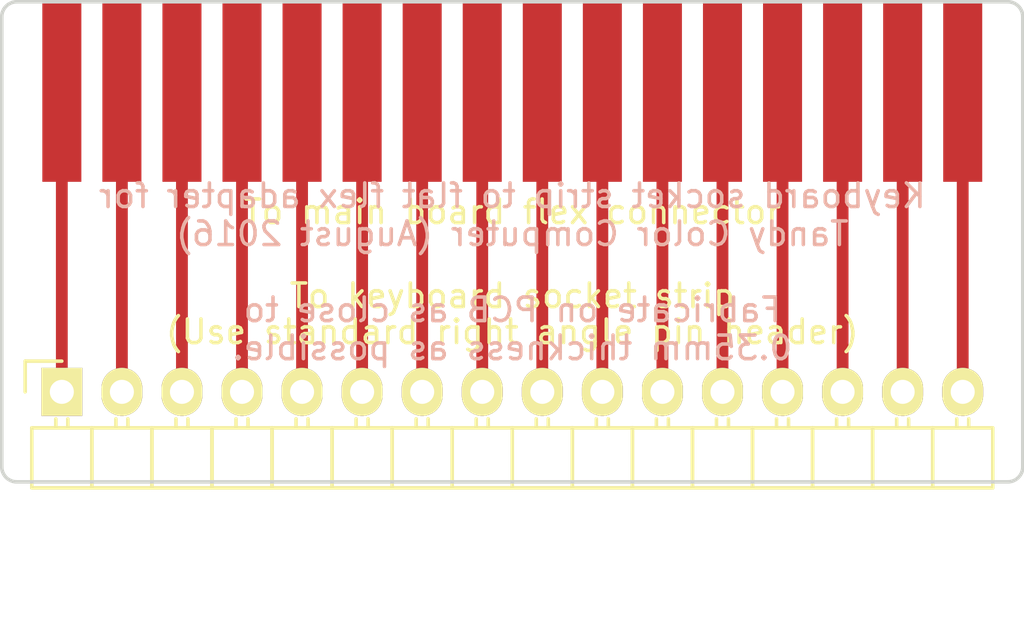
<source format=kicad_pcb>
(kicad_pcb (version 4) (host pcbnew 4.0.2-stable)

  (general
    (links 16)
    (no_connects 0)
    (area 124.384999 96.444999 167.715001 116.915001)
    (thickness 1.6)
    (drawings 10)
    (tracks 16)
    (zones 0)
    (modules 2)
    (nets 17)
  )

  (page A4)
  (layers
    (0 F.Cu signal)
    (31 B.Cu signal)
    (32 B.Adhes user)
    (33 F.Adhes user)
    (34 B.Paste user)
    (35 F.Paste user)
    (36 B.SilkS user)
    (37 F.SilkS user)
    (38 B.Mask user)
    (39 F.Mask user)
    (40 Dwgs.User user)
    (41 Cmts.User user)
    (42 Eco1.User user)
    (43 Eco2.User user)
    (44 Edge.Cuts user)
    (45 Margin user)
    (46 B.CrtYd user)
    (47 F.CrtYd user)
    (48 B.Fab user)
    (49 F.Fab user)
  )

  (setup
    (last_trace_width 0.5)
    (trace_clearance 0.5)
    (zone_clearance 0.508)
    (zone_45_only no)
    (trace_min 0.5)
    (segment_width 0.2)
    (edge_width 0.15)
    (via_size 0.6)
    (via_drill 0.4)
    (via_min_size 0.4)
    (via_min_drill 0.3)
    (uvia_size 0.3)
    (uvia_drill 0.1)
    (uvias_allowed no)
    (uvia_min_size 0.2)
    (uvia_min_drill 0.1)
    (pcb_text_width 0.3)
    (pcb_text_size 1.5 1.5)
    (mod_edge_width 0.15)
    (mod_text_size 1 1)
    (mod_text_width 0.15)
    (pad_size 1.524 1.524)
    (pad_drill 0.762)
    (pad_to_mask_clearance 0.2)
    (aux_axis_origin 0 0)
    (grid_origin 146.05 104.14)
    (visible_elements FFFFFF7F)
    (pcbplotparams
      (layerselection 0x00030_80000001)
      (usegerberextensions false)
      (excludeedgelayer true)
      (linewidth 0.100000)
      (plotframeref false)
      (viasonmask false)
      (mode 1)
      (useauxorigin false)
      (hpglpennumber 1)
      (hpglpenspeed 20)
      (hpglpendiameter 15)
      (hpglpenoverlay 2)
      (psnegative false)
      (psa4output false)
      (plotreference true)
      (plotvalue true)
      (plotinvisibletext false)
      (padsonsilk false)
      (subtractmaskfromsilk false)
      (outputformat 1)
      (mirror false)
      (drillshape 1)
      (scaleselection 1)
      (outputdirectory ""))
  )

  (net 0 "")
  (net 1 "Net-(CN1-Pad15)")
  (net 2 "Net-(CN1-Pad16)")
  (net 3 "Net-(CN1-Pad14)")
  (net 4 "Net-(CN1-Pad13)")
  (net 5 "Net-(CN1-Pad9)")
  (net 6 "Net-(CN1-Pad10)")
  (net 7 "Net-(CN1-Pad12)")
  (net 8 "Net-(CN1-Pad11)")
  (net 9 "Net-(CN1-Pad3)")
  (net 10 "Net-(CN1-Pad4)")
  (net 11 "Net-(CN1-Pad2)")
  (net 12 "Net-(CN1-Pad1)")
  (net 13 "Net-(CN1-Pad5)")
  (net 14 "Net-(CN1-Pad6)")
  (net 15 "Net-(CN1-Pad8)")
  (net 16 "Net-(CN1-Pad7)")

  (net_class Default "This is the default net class."
    (clearance 0.5)
    (trace_width 0.5)
    (via_dia 0.6)
    (via_drill 0.4)
    (uvia_dia 0.3)
    (uvia_drill 0.1)
    (add_net "Net-(CN1-Pad1)")
    (add_net "Net-(CN1-Pad10)")
    (add_net "Net-(CN1-Pad11)")
    (add_net "Net-(CN1-Pad12)")
    (add_net "Net-(CN1-Pad13)")
    (add_net "Net-(CN1-Pad14)")
    (add_net "Net-(CN1-Pad15)")
    (add_net "Net-(CN1-Pad16)")
    (add_net "Net-(CN1-Pad2)")
    (add_net "Net-(CN1-Pad3)")
    (add_net "Net-(CN1-Pad4)")
    (add_net "Net-(CN1-Pad5)")
    (add_net "Net-(CN1-Pad6)")
    (add_net "Net-(CN1-Pad7)")
    (add_net "Net-(CN1-Pad8)")
    (add_net "Net-(CN1-Pad9)")
  )

  (module Pin_Headers:Pin_Header_Angled_1x16 (layer F.Cu) (tedit 57A769BE) (tstamp 57A784D8)
    (at 127 113.03)
    (descr "Through hole pin header")
    (tags "pin header")
    (path /57A762B1)
    (fp_text reference CN2 (at -3.81 0) (layer F.SilkS) hide
      (effects (font (size 1 1) (thickness 0.15)))
    )
    (fp_text value "To keyboard socket strip" (at 19.05 -4.064) (layer F.SilkS)
      (effects (font (size 1 1) (thickness 0.15)))
    )
    (fp_line (start -1.75 -1.5) (end 39.85 -1.5) (layer F.CrtYd) (width 0.05))
    (fp_line (start -1.75 10.65) (end 39.85 10.65) (layer F.CrtYd) (width 0.05))
    (fp_line (start -1.75 -1.5) (end -1.75 10.65) (layer F.CrtYd) (width 0.05))
    (fp_line (start 39.85 -1.5) (end 39.85 10.65) (layer F.CrtYd) (width 0.05))
    (fp_line (start -1.55 -1.3) (end 0 -1.3) (layer F.SilkS) (width 0.15))
    (fp_line (start -1.55 0) (end -1.55 -1.3) (layer F.SilkS) (width 0.15))
    (fp_line (start 17.526 1.524) (end 17.526 1.143) (layer F.SilkS) (width 0.15))
    (fp_line (start 18.034 1.524) (end 18.034 1.143) (layer F.SilkS) (width 0.15))
    (fp_line (start 20.066 1.524) (end 20.066 1.143) (layer F.SilkS) (width 0.15))
    (fp_line (start 20.574 1.524) (end 20.574 1.143) (layer F.SilkS) (width 0.15))
    (fp_line (start 22.606 1.524) (end 22.606 1.143) (layer F.SilkS) (width 0.15))
    (fp_line (start 23.114 1.524) (end 23.114 1.143) (layer F.SilkS) (width 0.15))
    (fp_line (start 25.146 1.524) (end 25.146 1.143) (layer F.SilkS) (width 0.15))
    (fp_line (start 25.654 1.524) (end 25.654 1.143) (layer F.SilkS) (width 0.15))
    (fp_line (start 35.814 1.524) (end 35.814 1.143) (layer F.SilkS) (width 0.15))
    (fp_line (start 35.306 1.524) (end 35.306 1.143) (layer F.SilkS) (width 0.15))
    (fp_line (start 33.274 1.524) (end 33.274 1.143) (layer F.SilkS) (width 0.15))
    (fp_line (start 32.766 1.524) (end 32.766 1.143) (layer F.SilkS) (width 0.15))
    (fp_line (start 30.734 1.524) (end 30.734 1.143) (layer F.SilkS) (width 0.15))
    (fp_line (start 30.226 1.524) (end 30.226 1.143) (layer F.SilkS) (width 0.15))
    (fp_line (start 28.194 1.524) (end 28.194 1.143) (layer F.SilkS) (width 0.15))
    (fp_line (start 27.686 1.524) (end 27.686 1.143) (layer F.SilkS) (width 0.15))
    (fp_line (start 38.354 1.524) (end 38.354 1.143) (layer F.SilkS) (width 0.15))
    (fp_line (start 37.846 1.524) (end 37.846 1.143) (layer F.SilkS) (width 0.15))
    (fp_line (start -0.254 1.524) (end -0.254 1.143) (layer F.SilkS) (width 0.15))
    (fp_line (start 0.254 1.524) (end 0.254 1.143) (layer F.SilkS) (width 0.15))
    (fp_line (start 2.286 1.524) (end 2.286 1.143) (layer F.SilkS) (width 0.15))
    (fp_line (start 2.794 1.524) (end 2.794 1.143) (layer F.SilkS) (width 0.15))
    (fp_line (start 4.826 1.524) (end 4.826 1.143) (layer F.SilkS) (width 0.15))
    (fp_line (start 5.334 1.524) (end 5.334 1.143) (layer F.SilkS) (width 0.15))
    (fp_line (start 15.494 1.524) (end 15.494 1.143) (layer F.SilkS) (width 0.15))
    (fp_line (start 14.986 1.524) (end 14.986 1.143) (layer F.SilkS) (width 0.15))
    (fp_line (start 12.954 1.524) (end 12.954 1.143) (layer F.SilkS) (width 0.15))
    (fp_line (start 12.446 1.524) (end 12.446 1.143) (layer F.SilkS) (width 0.15))
    (fp_line (start 10.414 1.524) (end 10.414 1.143) (layer F.SilkS) (width 0.15))
    (fp_line (start 9.906 1.524) (end 9.906 1.143) (layer F.SilkS) (width 0.15))
    (fp_line (start 7.874 1.524) (end 7.874 1.143) (layer F.SilkS) (width 0.15))
    (fp_line (start 7.366 1.524) (end 7.366 1.143) (layer F.SilkS) (width 0.15))
    (fp_line (start 13.97 1.524) (end 13.97 4.064) (layer F.SilkS) (width 0.15))
    (fp_line (start 13.97 1.524) (end 16.51 1.524) (layer F.SilkS) (width 0.15))
    (fp_line (start 16.51 1.524) (end 16.51 4.064) (layer F.SilkS) (width 0.15))
    (fp_line (start 16.51 4.064) (end 13.97 4.064) (layer F.SilkS) (width 0.15))
    (fp_line (start 19.05 4.064) (end 16.51 4.064) (layer F.SilkS) (width 0.15))
    (fp_line (start 19.05 1.524) (end 19.05 4.064) (layer F.SilkS) (width 0.15))
    (fp_line (start 16.51 1.524) (end 19.05 1.524) (layer F.SilkS) (width 0.15))
    (fp_line (start 16.51 1.524) (end 16.51 4.064) (layer F.SilkS) (width 0.15))
    (fp_line (start 21.59 1.524) (end 21.59 4.064) (layer F.SilkS) (width 0.15))
    (fp_line (start 21.59 1.524) (end 24.13 1.524) (layer F.SilkS) (width 0.15))
    (fp_line (start 24.13 1.524) (end 24.13 4.064) (layer F.SilkS) (width 0.15))
    (fp_line (start 24.13 4.064) (end 21.59 4.064) (layer F.SilkS) (width 0.15))
    (fp_line (start 21.59 4.064) (end 19.05 4.064) (layer F.SilkS) (width 0.15))
    (fp_line (start 21.59 1.524) (end 21.59 4.064) (layer F.SilkS) (width 0.15))
    (fp_line (start 19.05 1.524) (end 21.59 1.524) (layer F.SilkS) (width 0.15))
    (fp_line (start 19.05 1.524) (end 19.05 4.064) (layer F.SilkS) (width 0.15))
    (fp_line (start 29.21 1.524) (end 29.21 4.064) (layer F.SilkS) (width 0.15))
    (fp_line (start 29.21 1.524) (end 31.75 1.524) (layer F.SilkS) (width 0.15))
    (fp_line (start 31.75 1.524) (end 31.75 4.064) (layer F.SilkS) (width 0.15))
    (fp_line (start 31.75 4.064) (end 29.21 4.064) (layer F.SilkS) (width 0.15))
    (fp_line (start 34.29 4.064) (end 31.75 4.064) (layer F.SilkS) (width 0.15))
    (fp_line (start 34.29 1.524) (end 34.29 4.064) (layer F.SilkS) (width 0.15))
    (fp_line (start 31.75 1.524) (end 34.29 1.524) (layer F.SilkS) (width 0.15))
    (fp_line (start 31.75 1.524) (end 31.75 4.064) (layer F.SilkS) (width 0.15))
    (fp_line (start 26.67 1.524) (end 26.67 4.064) (layer F.SilkS) (width 0.15))
    (fp_line (start 26.67 1.524) (end 29.21 1.524) (layer F.SilkS) (width 0.15))
    (fp_line (start 29.21 1.524) (end 29.21 4.064) (layer F.SilkS) (width 0.15))
    (fp_line (start 29.21 4.064) (end 26.67 4.064) (layer F.SilkS) (width 0.15))
    (fp_line (start 26.67 4.064) (end 24.13 4.064) (layer F.SilkS) (width 0.15))
    (fp_line (start 26.67 1.524) (end 26.67 4.064) (layer F.SilkS) (width 0.15))
    (fp_line (start 24.13 1.524) (end 26.67 1.524) (layer F.SilkS) (width 0.15))
    (fp_line (start 24.13 1.524) (end 24.13 4.064) (layer F.SilkS) (width 0.15))
    (fp_line (start 36.83 1.524) (end 36.83 4.064) (layer F.SilkS) (width 0.15))
    (fp_line (start 36.83 1.524) (end 39.37 1.524) (layer F.SilkS) (width 0.15))
    (fp_line (start 39.37 1.524) (end 39.37 4.064) (layer F.SilkS) (width 0.15))
    (fp_line (start 39.37 4.064) (end 36.83 4.064) (layer F.SilkS) (width 0.15))
    (fp_line (start 36.83 4.064) (end 34.29 4.064) (layer F.SilkS) (width 0.15))
    (fp_line (start 36.83 1.524) (end 36.83 4.064) (layer F.SilkS) (width 0.15))
    (fp_line (start 34.29 1.524) (end 36.83 1.524) (layer F.SilkS) (width 0.15))
    (fp_line (start 34.29 1.524) (end 34.29 4.064) (layer F.SilkS) (width 0.15))
    (fp_line (start -1.27 1.524) (end -1.27 4.064) (layer F.SilkS) (width 0.15))
    (fp_line (start 1.27 1.524) (end 1.27 4.064) (layer F.SilkS) (width 0.15))
    (fp_line (start 1.27 1.524) (end 3.81 1.524) (layer F.SilkS) (width 0.15))
    (fp_line (start 3.81 1.524) (end 3.81 4.064) (layer F.SilkS) (width 0.15))
    (fp_line (start 3.81 4.064) (end 1.27 4.064) (layer F.SilkS) (width 0.15))
    (fp_line (start 1.27 4.064) (end -1.27 4.064) (layer F.SilkS) (width 0.15))
    (fp_line (start 1.27 1.524) (end 1.27 4.064) (layer F.SilkS) (width 0.15))
    (fp_line (start -1.27 1.524) (end 1.27 1.524) (layer F.SilkS) (width 0.15))
    (fp_line (start 8.89 1.524) (end 8.89 4.064) (layer F.SilkS) (width 0.15))
    (fp_line (start 8.89 1.524) (end 11.43 1.524) (layer F.SilkS) (width 0.15))
    (fp_line (start 11.43 1.524) (end 11.43 4.064) (layer F.SilkS) (width 0.15))
    (fp_line (start 11.43 4.064) (end 8.89 4.064) (layer F.SilkS) (width 0.15))
    (fp_line (start 13.97 4.064) (end 11.43 4.064) (layer F.SilkS) (width 0.15))
    (fp_line (start 13.97 1.524) (end 13.97 4.064) (layer F.SilkS) (width 0.15))
    (fp_line (start 11.43 1.524) (end 13.97 1.524) (layer F.SilkS) (width 0.15))
    (fp_line (start 11.43 1.524) (end 11.43 4.064) (layer F.SilkS) (width 0.15))
    (fp_line (start 6.35 1.524) (end 6.35 4.064) (layer F.SilkS) (width 0.15))
    (fp_line (start 6.35 1.524) (end 8.89 1.524) (layer F.SilkS) (width 0.15))
    (fp_line (start 8.89 1.524) (end 8.89 4.064) (layer F.SilkS) (width 0.15))
    (fp_line (start 8.89 4.064) (end 6.35 4.064) (layer F.SilkS) (width 0.15))
    (fp_line (start 6.35 4.064) (end 3.81 4.064) (layer F.SilkS) (width 0.15))
    (fp_line (start 6.35 1.524) (end 6.35 4.064) (layer F.SilkS) (width 0.15))
    (fp_line (start 3.81 1.524) (end 6.35 1.524) (layer F.SilkS) (width 0.15))
    (fp_line (start 3.81 1.524) (end 3.81 4.064) (layer F.SilkS) (width 0.15))
    (pad 1 thru_hole rect (at 0 0 270) (size 2.032 1.7272) (drill 1.016) (layers *.Cu *.Mask F.SilkS)
      (net 12 "Net-(CN1-Pad1)"))
    (pad 2 thru_hole oval (at 2.54 0 270) (size 2.032 1.7272) (drill 1.016) (layers *.Cu *.Mask F.SilkS)
      (net 11 "Net-(CN1-Pad2)"))
    (pad 3 thru_hole oval (at 5.08 0 270) (size 2.032 1.7272) (drill 1.016) (layers *.Cu *.Mask F.SilkS)
      (net 9 "Net-(CN1-Pad3)"))
    (pad 4 thru_hole oval (at 7.62 0 270) (size 2.032 1.7272) (drill 1.016) (layers *.Cu *.Mask F.SilkS)
      (net 10 "Net-(CN1-Pad4)"))
    (pad 5 thru_hole oval (at 10.16 0 270) (size 2.032 1.7272) (drill 1.016) (layers *.Cu *.Mask F.SilkS)
      (net 13 "Net-(CN1-Pad5)"))
    (pad 6 thru_hole oval (at 12.7 0 270) (size 2.032 1.7272) (drill 1.016) (layers *.Cu *.Mask F.SilkS)
      (net 14 "Net-(CN1-Pad6)"))
    (pad 7 thru_hole oval (at 15.24 0 270) (size 2.032 1.7272) (drill 1.016) (layers *.Cu *.Mask F.SilkS)
      (net 16 "Net-(CN1-Pad7)"))
    (pad 8 thru_hole oval (at 17.78 0 270) (size 2.032 1.7272) (drill 1.016) (layers *.Cu *.Mask F.SilkS)
      (net 15 "Net-(CN1-Pad8)"))
    (pad 9 thru_hole oval (at 20.32 0 270) (size 2.032 1.7272) (drill 1.016) (layers *.Cu *.Mask F.SilkS)
      (net 5 "Net-(CN1-Pad9)"))
    (pad 10 thru_hole oval (at 22.86 0 270) (size 2.032 1.7272) (drill 1.016) (layers *.Cu *.Mask F.SilkS)
      (net 6 "Net-(CN1-Pad10)"))
    (pad 11 thru_hole oval (at 25.4 0 270) (size 2.032 1.7272) (drill 1.016) (layers *.Cu *.Mask F.SilkS)
      (net 8 "Net-(CN1-Pad11)"))
    (pad 12 thru_hole oval (at 27.94 0 270) (size 2.032 1.7272) (drill 1.016) (layers *.Cu *.Mask F.SilkS)
      (net 7 "Net-(CN1-Pad12)"))
    (pad 13 thru_hole oval (at 30.48 0 270) (size 2.032 1.7272) (drill 1.016) (layers *.Cu *.Mask F.SilkS)
      (net 4 "Net-(CN1-Pad13)"))
    (pad 14 thru_hole oval (at 33.02 0 270) (size 2.032 1.7272) (drill 1.016) (layers *.Cu *.Mask F.SilkS)
      (net 3 "Net-(CN1-Pad14)"))
    (pad 15 thru_hole oval (at 35.56 0 270) (size 2.032 1.7272) (drill 1.016) (layers *.Cu *.Mask F.SilkS)
      (net 1 "Net-(CN1-Pad15)"))
    (pad 16 thru_hole oval (at 38.1 0 270) (size 2.032 1.7272) (drill 1.016) (layers *.Cu *.Mask F.SilkS)
      (net 2 "Net-(CN1-Pad16)"))
    (model Pin_Headers.3dshapes/Pin_Header_Angled_1x16.wrl
      (at (xyz 0.75 0 0))
      (scale (xyz 1 1 1))
      (rotate (xyz 0 0 180))
    )
  )

  (module 0Titanium:CocoKeyboardFlatFlexEdge (layer F.Cu) (tedit 57A76759) (tstamp 57A784C4)
    (at 146.05 104.14)
    (path /57A76257)
    (fp_text reference CN1 (at 0 -10.16) (layer F.SilkS) hide
      (effects (font (size 1 1) (thickness 0.15)))
    )
    (fp_text value "To main board flex connector" (at 0 1.27) (layer F.SilkS)
      (effects (font (size 1 1) (thickness 0.15)))
    )
    (fp_line (start 21.59 -6.985) (end 21.59 0) (layer F.CrtYd) (width 0.15))
    (fp_line (start -20.955 -7.62) (end 20.955 -7.62) (layer F.CrtYd) (width 0.15))
    (fp_line (start -21.59 -6.985) (end -21.59 0) (layer F.CrtYd) (width 0.15))
    (fp_arc (start 20.955 -6.985) (end 20.955 -7.62) (angle 90) (layer F.CrtYd) (width 0.15))
    (fp_arc (start -20.955 -6.985) (end -21.59 -6.985) (angle 90) (layer F.CrtYd) (width 0.15))
    (pad 15 connect rect (at 16.51 -3.81) (size 1.651 7.62) (layers F.Cu F.Mask)
      (net 1 "Net-(CN1-Pad15)"))
    (pad 16 connect rect (at 19.05 -3.81) (size 1.651 7.62) (layers F.Cu F.Mask)
      (net 2 "Net-(CN1-Pad16)"))
    (pad 14 connect rect (at 13.97 -3.81) (size 1.651 7.62) (layers F.Cu F.Mask)
      (net 3 "Net-(CN1-Pad14)"))
    (pad 13 connect rect (at 11.43 -3.81) (size 1.651 7.62) (layers F.Cu F.Mask)
      (net 4 "Net-(CN1-Pad13)"))
    (pad 9 connect rect (at 1.27 -3.81) (size 1.651 7.62) (layers F.Cu F.Mask)
      (net 5 "Net-(CN1-Pad9)"))
    (pad 10 connect rect (at 3.81 -3.81) (size 1.651 7.62) (layers F.Cu F.Mask)
      (net 6 "Net-(CN1-Pad10)"))
    (pad 12 connect rect (at 8.89 -3.81) (size 1.651 7.62) (layers F.Cu F.Mask)
      (net 7 "Net-(CN1-Pad12)"))
    (pad 11 connect rect (at 6.35 -3.81) (size 1.651 7.62) (layers F.Cu F.Mask)
      (net 8 "Net-(CN1-Pad11)"))
    (pad 3 connect rect (at -13.97 -3.81) (size 1.651 7.62) (layers F.Cu F.Mask)
      (net 9 "Net-(CN1-Pad3)"))
    (pad 4 connect rect (at -11.43 -3.81) (size 1.651 7.62) (layers F.Cu F.Mask)
      (net 10 "Net-(CN1-Pad4)"))
    (pad 2 connect rect (at -16.51 -3.81) (size 1.651 7.62) (layers F.Cu F.Mask)
      (net 11 "Net-(CN1-Pad2)"))
    (pad 1 connect rect (at -19.05 -3.81) (size 1.651 7.62) (layers F.Cu F.Mask)
      (net 12 "Net-(CN1-Pad1)"))
    (pad 5 connect rect (at -8.89 -3.81) (size 1.651 7.62) (layers F.Cu F.Mask)
      (net 13 "Net-(CN1-Pad5)"))
    (pad 6 connect rect (at -6.35 -3.81) (size 1.651 7.62) (layers F.Cu F.Mask)
      (net 14 "Net-(CN1-Pad6)"))
    (pad 8 connect rect (at -1.27 -3.81) (size 1.651 7.62) (layers F.Cu F.Mask)
      (net 15 "Net-(CN1-Pad8)"))
    (pad 7 connect rect (at -3.81 -3.81) (size 1.651 7.62) (layers F.Cu F.Mask)
      (net 16 "Net-(CN1-Pad7)"))
  )

  (gr_text "(Use standard right angle pin header)" (at 146.05 110.49) (layer F.SilkS)
    (effects (font (size 1 1) (thickness 0.15)))
  )
  (gr_line (start 167.64 116.205) (end 167.64 97.155) (angle 90) (layer Edge.Cuts) (width 0.15))
  (gr_line (start 125.095 116.84) (end 167.005 116.84) (angle 90) (layer Edge.Cuts) (width 0.15))
  (gr_line (start 124.46 97.155) (end 124.46 116.205) (angle 90) (layer Edge.Cuts) (width 0.15))
  (gr_line (start 167.005 96.52) (end 125.095 96.52) (angle 90) (layer Edge.Cuts) (width 0.15))
  (gr_arc (start 167.005 97.155) (end 167.005 96.52) (angle 90) (layer Edge.Cuts) (width 0.15))
  (gr_arc (start 167.005 116.205) (end 167.64 116.205) (angle 90) (layer Edge.Cuts) (width 0.15))
  (gr_arc (start 125.095 116.205) (end 125.095 116.84) (angle 90) (layer Edge.Cuts) (width 0.15))
  (gr_arc (start 125.095 97.155) (end 124.46 97.155) (angle 90) (layer Edge.Cuts) (width 0.15))
  (gr_text "Keyboard socket strip to flat flex adapter for\nTandy Color Computer (August 2016)\n\nFabricate on PCB as close to\n0.35mm thickness as possible." (at 146.05 107.95) (layer B.SilkS)
    (effects (font (size 1 1) (thickness 0.15)) (justify mirror))
  )

  (segment (start 162.56 100.33) (end 162.56 113.03) (width 0.5) (layer F.Cu) (net 1))
  (segment (start 165.1 100.33) (end 165.1 113.03) (width 0.5) (layer F.Cu) (net 2))
  (segment (start 160.02 100.33) (end 160.02 113.03) (width 0.5) (layer F.Cu) (net 3))
  (segment (start 157.48 100.33) (end 157.48 113.03) (width 0.5) (layer F.Cu) (net 4))
  (segment (start 147.32 100.33) (end 147.32 113.03) (width 0.5) (layer F.Cu) (net 5))
  (segment (start 149.86 100.33) (end 149.86 113.03) (width 0.5) (layer F.Cu) (net 6))
  (segment (start 154.94 100.33) (end 154.94 113.03) (width 0.5) (layer F.Cu) (net 7))
  (segment (start 152.4 100.33) (end 152.4 113.03) (width 0.5) (layer F.Cu) (net 8))
  (segment (start 132.08 100.33) (end 132.08 113.03) (width 0.5) (layer F.Cu) (net 9))
  (segment (start 134.62 100.33) (end 134.62 113.03) (width 0.5) (layer F.Cu) (net 10))
  (segment (start 129.54 113.03) (end 129.54 100.33) (width 0.5) (layer F.Cu) (net 11))
  (segment (start 127 100.33) (end 127 113.03) (width 0.5) (layer F.Cu) (net 12))
  (segment (start 137.16 100.33) (end 137.16 113.03) (width 0.5) (layer F.Cu) (net 13))
  (segment (start 139.7 100.33) (end 139.7 113.03) (width 0.5) (layer F.Cu) (net 14))
  (segment (start 144.78 100.33) (end 144.78 113.03) (width 0.5) (layer F.Cu) (net 15))
  (segment (start 142.24 100.33) (end 142.24 113.03) (width 0.5) (layer F.Cu) (net 16))

  (zone (net 0) (net_name "") (layer B.Mask) (tstamp 57A78E0B) (hatch edge 0.508)
    (connect_pads (clearance 0.508))
    (min_thickness 0.254)
    (fill yes (arc_segments 16) (thermal_gap 0.508) (thermal_bridge_width 0.508))
    (polygon
      (pts
        (xy 167.64 104.14) (xy 124.46 104.14) (xy 124.46 96.52) (xy 167.64 96.52) (xy 167.64 104.14)
      )
    )
    (filled_polygon
      (pts
        (xy 167.513 104.013) (xy 124.587 104.013) (xy 124.587 96.647) (xy 167.513 96.647)
      )
    )
  )
  (zone (net 0) (net_name "") (layer F.Mask) (tstamp 57A78E0D) (hatch edge 0.508)
    (connect_pads (clearance 0.508))
    (min_thickness 0.254)
    (fill yes (arc_segments 16) (thermal_gap 0.508) (thermal_bridge_width 0.508))
    (polygon
      (pts
        (xy 167.64 104.14) (xy 124.46 104.14) (xy 124.46 96.52) (xy 167.64 96.52) (xy 167.64 104.14)
      )
    )
    (filled_polygon
      (pts
        (xy 167.513 104.013) (xy 124.587 104.013) (xy 124.587 96.647) (xy 167.513 96.647)
      )
    )
  )
)

</source>
